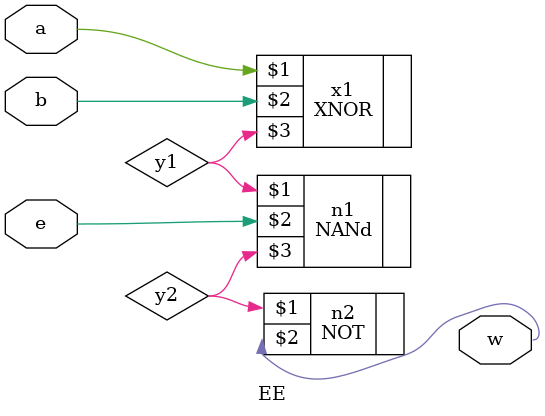
<source format=sv>
`include "gl.sv"
module EE(input e, a, b, output w);
    wire y1, y2;
    XNOR x1(a, b, y1);
    NANd n1(y1, e, y2);
    NOT n2(y2, w);
endmodule

</source>
